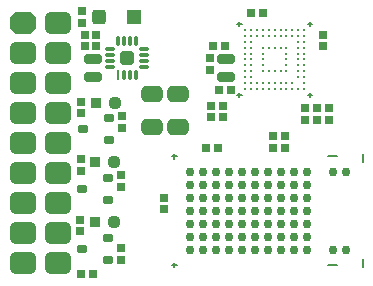
<source format=gbr>
%TF.GenerationSoftware,Altium Limited,Altium Designer,23.9.2 (47)*%
G04 Layer_Color=8388736*
%FSLAX45Y45*%
%MOMM*%
%TF.SameCoordinates,AC4A3DE0-5486-420A-B1FF-1F5B93080124*%
%TF.FilePolarity,Negative*%
%TF.FileFunction,Soldermask,Top*%
%TF.Part,Single*%
G01*
G75*
%TA.AperFunction,NonConductor*%
%ADD26C,0.15000*%
%TA.AperFunction,SMDPad,CuDef*%
G04:AMPARAMS|DCode=48|XSize=0.75mm|YSize=0.75mm|CornerRadius=0.225mm|HoleSize=0mm|Usage=FLASHONLY|Rotation=270.000|XOffset=0mm|YOffset=0mm|HoleType=Round|Shape=RoundedRectangle|*
%AMROUNDEDRECTD48*
21,1,0.75000,0.30000,0,0,270.0*
21,1,0.30000,0.75000,0,0,270.0*
1,1,0.45000,-0.15000,-0.15000*
1,1,0.45000,-0.15000,0.15000*
1,1,0.45000,0.15000,0.15000*
1,1,0.45000,0.15000,-0.15000*
%
%ADD48ROUNDEDRECTD48*%
%TA.AperFunction,ComponentPad*%
G04:AMPARAMS|DCode=49|XSize=1.85mm|YSize=2.25mm|CornerRadius=0.5mm|HoleSize=0mm|Usage=FLASHONLY|Rotation=270.000|XOffset=0mm|YOffset=0mm|HoleType=Round|Shape=RoundedRectangle|*
%AMROUNDEDRECTD49*
21,1,1.85000,1.25001,0,0,270.0*
21,1,0.85000,2.25000,0,0,270.0*
1,1,1.00000,-0.62500,-0.42500*
1,1,1.00000,-0.62500,0.42500*
1,1,1.00000,0.62500,0.42500*
1,1,1.00000,0.62500,-0.42500*
%
%ADD49ROUNDEDRECTD49*%
G04:AMPARAMS|DCode=50|XSize=1.85mm|YSize=2.25mm|CornerRadius=0mm|HoleSize=0mm|Usage=FLASHONLY|Rotation=270.000|XOffset=0mm|YOffset=0mm|HoleType=Round|Shape=Octagon|*
%AMOCTAGOND50*
4,1,8,1.12500,0.46250,1.12500,-0.46250,0.66250,-0.92500,-0.66250,-0.92500,-1.12500,-0.46250,-1.12500,0.46250,-0.66250,0.92500,0.66250,0.92500,1.12500,0.46250,0.0*
%
%ADD50OCTAGOND50*%

%TA.AperFunction,SMDPad,CuDef*%
G04:AMPARAMS|DCode=81|XSize=0.8mm|YSize=1.5mm|CornerRadius=0.2375mm|HoleSize=0mm|Usage=FLASHONLY|Rotation=270.000|XOffset=0mm|YOffset=0mm|HoleType=Round|Shape=RoundedRectangle|*
%AMROUNDEDRECTD81*
21,1,0.80000,1.02500,0,0,270.0*
21,1,0.32500,1.50000,0,0,270.0*
1,1,0.47500,-0.51250,-0.16250*
1,1,0.47500,-0.51250,0.16250*
1,1,0.47500,0.51250,0.16250*
1,1,0.47500,0.51250,-0.16250*
%
%ADD81ROUNDEDRECTD81*%
%ADD82R,0.29000X0.81000*%
G04:AMPARAMS|DCode=83|XSize=0.29mm|YSize=0.81mm|CornerRadius=0.0875mm|HoleSize=0mm|Usage=FLASHONLY|Rotation=180.000|XOffset=0mm|YOffset=0mm|HoleType=Round|Shape=RoundedRectangle|*
%AMROUNDEDRECTD83*
21,1,0.29000,0.63500,0,0,180.0*
21,1,0.11500,0.81000,0,0,180.0*
1,1,0.17500,-0.05750,0.31750*
1,1,0.17500,0.05750,0.31750*
1,1,0.17500,0.05750,-0.31750*
1,1,0.17500,-0.05750,-0.31750*
%
%ADD83ROUNDEDRECTD83*%
G04:AMPARAMS|DCode=84|XSize=0.29mm|YSize=0.81mm|CornerRadius=0.0875mm|HoleSize=0mm|Usage=FLASHONLY|Rotation=90.000|XOffset=0mm|YOffset=0mm|HoleType=Round|Shape=RoundedRectangle|*
%AMROUNDEDRECTD84*
21,1,0.29000,0.63500,0,0,90.0*
21,1,0.11500,0.81000,0,0,90.0*
1,1,0.17500,0.31750,0.05750*
1,1,0.17500,0.31750,-0.05750*
1,1,0.17500,-0.31750,-0.05750*
1,1,0.17500,-0.31750,0.05750*
%
%ADD84ROUNDEDRECTD84*%
G04:AMPARAMS|DCode=85|XSize=1.19mm|YSize=1.19mm|CornerRadius=0.3125mm|HoleSize=0mm|Usage=FLASHONLY|Rotation=90.000|XOffset=0mm|YOffset=0mm|HoleType=Round|Shape=RoundedRectangle|*
%AMROUNDEDRECTD85*
21,1,1.19000,0.56500,0,0,90.0*
21,1,0.56500,1.19000,0,0,90.0*
1,1,0.62500,0.28250,0.28250*
1,1,0.62500,0.28250,-0.28250*
1,1,0.62500,-0.28250,-0.28250*
1,1,0.62500,-0.28250,0.28250*
%
%ADD85ROUNDEDRECTD85*%
%TA.AperFunction,BGAPad,SMDef*%
%ADD86C,0.21000*%
%TA.AperFunction,BGAPad,CuDef*%
%ADD87C,0.29000*%
%ADD88C,0.75000*%
%TA.AperFunction,SMDPad,CuDef*%
G04:AMPARAMS|DCode=89|XSize=0.75mm|YSize=0.85mm|CornerRadius=0.225mm|HoleSize=0mm|Usage=FLASHONLY|Rotation=270.000|XOffset=0mm|YOffset=0mm|HoleType=Round|Shape=RoundedRectangle|*
%AMROUNDEDRECTD89*
21,1,0.75000,0.40000,0,0,270.0*
21,1,0.30000,0.85000,0,0,270.0*
1,1,0.45000,-0.20000,-0.15000*
1,1,0.45000,-0.20000,0.15000*
1,1,0.45000,0.20000,0.15000*
1,1,0.45000,0.20000,-0.15000*
%
%ADD89ROUNDEDRECTD89*%
G04:AMPARAMS|DCode=90|XSize=0.75mm|YSize=0.75mm|CornerRadius=0.225mm|HoleSize=0mm|Usage=FLASHONLY|Rotation=180.000|XOffset=0mm|YOffset=0mm|HoleType=Round|Shape=RoundedRectangle|*
%AMROUNDEDRECTD90*
21,1,0.75000,0.30000,0,0,180.0*
21,1,0.30000,0.75000,0,0,180.0*
1,1,0.45000,-0.15000,0.15000*
1,1,0.45000,0.15000,0.15000*
1,1,0.45000,0.15000,-0.15000*
1,1,0.45000,-0.15000,-0.15000*
%
%ADD90ROUNDEDRECTD90*%
%ADD91R,0.95000X0.95000*%
G04:AMPARAMS|DCode=92|XSize=0.95mm|YSize=0.95mm|CornerRadius=0.275mm|HoleSize=0mm|Usage=FLASHONLY|Rotation=90.000|XOffset=0mm|YOffset=0mm|HoleType=Round|Shape=RoundedRectangle|*
%AMROUNDEDRECTD92*
21,1,0.95000,0.40000,0,0,90.0*
21,1,0.40000,0.95000,0,0,90.0*
1,1,0.55000,0.20000,0.20000*
1,1,0.55000,0.20000,-0.20000*
1,1,0.55000,-0.20000,-0.20000*
1,1,0.55000,-0.20000,0.20000*
%
%ADD92ROUNDEDRECTD92*%
G04:AMPARAMS|DCode=93|XSize=1.25mm|YSize=1.25mm|CornerRadius=0.35mm|HoleSize=0mm|Usage=FLASHONLY|Rotation=270.000|XOffset=0mm|YOffset=0mm|HoleType=Round|Shape=RoundedRectangle|*
%AMROUNDEDRECTD93*
21,1,1.25000,0.55000,0,0,270.0*
21,1,0.55000,1.25000,0,0,270.0*
1,1,0.70000,-0.27500,-0.27500*
1,1,0.70000,-0.27500,0.27500*
1,1,0.70000,0.27500,0.27500*
1,1,0.70000,0.27500,-0.27500*
%
%ADD93ROUNDEDRECTD93*%
%ADD94R,1.25000X1.25000*%
G04:AMPARAMS|DCode=95|XSize=1.8mm|YSize=1.4mm|CornerRadius=0.3875mm|HoleSize=0mm|Usage=FLASHONLY|Rotation=180.000|XOffset=0mm|YOffset=0mm|HoleType=Round|Shape=RoundedRectangle|*
%AMROUNDEDRECTD95*
21,1,1.80000,0.62500,0,0,180.0*
21,1,1.02500,1.40000,0,0,180.0*
1,1,0.77500,-0.51250,0.31250*
1,1,0.77500,0.51250,0.31250*
1,1,0.77500,0.51250,-0.31250*
1,1,0.77500,-0.51250,-0.31250*
%
%ADD95ROUNDEDRECTD95*%
D26*
X2589966Y1700000D02*
Y1740000D01*
X2570000Y1720005D02*
X2610000D01*
X1989966Y2300000D02*
Y2340000D01*
X1970000Y2320005D02*
X2010001D01*
X1989966Y1700000D02*
Y1740000D01*
X1970000Y1720005D02*
X2010001D01*
X2589966Y2300000D02*
Y2340000D01*
X2570000Y2320005D02*
X2610000D01*
X2745034Y1200000D02*
X2815000D01*
X3040035Y1149995D02*
Y1220000D01*
X2745000Y279997D02*
X2814966D01*
X3040035Y260000D02*
Y329995D01*
X1420000Y1199995D02*
X1460000D01*
X1420000Y279995D02*
X1460000D01*
X1440000Y260000D02*
Y300000D01*
Y1180000D02*
Y1220000D01*
D48*
X680000Y2130000D02*
D03*
X780000D02*
D03*
X680000Y2230000D02*
D03*
X780000D02*
D03*
X1820000Y1760000D02*
D03*
X1920000D02*
D03*
X2190000Y2410000D02*
D03*
X2090000D02*
D03*
X1770002Y2130001D02*
D03*
X1870002D02*
D03*
X1810000Y1270000D02*
D03*
X1710000D02*
D03*
X750000Y200000D02*
D03*
X650000D02*
D03*
D49*
X454000Y294000D02*
D03*
Y548000D02*
D03*
X160000Y294000D02*
D03*
Y548000D02*
D03*
X454000Y802000D02*
D03*
Y1056000D02*
D03*
Y1310000D02*
D03*
Y1564000D02*
D03*
Y1818000D02*
D03*
Y2072000D02*
D03*
Y2326000D02*
D03*
X160000Y802000D02*
D03*
Y1056000D02*
D03*
Y1310000D02*
D03*
Y1564000D02*
D03*
Y1818000D02*
D03*
Y2072000D02*
D03*
D50*
Y2326000D02*
D03*
D81*
X750000Y1875000D02*
D03*
Y2025000D02*
D03*
X1880001Y2025000D02*
D03*
Y1875000D02*
D03*
D82*
X965000Y1885000D02*
D03*
D83*
X1015000D02*
D03*
X1065000D02*
D03*
X1115000D02*
D03*
Y2175000D02*
D03*
X1065000D02*
D03*
X1015000D02*
D03*
X965000D02*
D03*
D84*
X1185000Y1955000D02*
D03*
Y2005000D02*
D03*
Y2055000D02*
D03*
Y2105000D02*
D03*
X895000D02*
D03*
Y2055000D02*
D03*
Y2005000D02*
D03*
Y1955000D02*
D03*
D85*
X1040000Y2030000D02*
D03*
D86*
X2490000Y2220000D02*
D03*
X2540000Y1770000D02*
D03*
X2040000D02*
D03*
X2090000Y1820000D02*
D03*
Y2220000D02*
D03*
X2540000Y2270000D02*
D03*
X2040000D02*
D03*
D87*
X2490000Y1770000D02*
D03*
X2440000D02*
D03*
X2390000D02*
D03*
X2340000D02*
D03*
X2290000D02*
D03*
X2240000D02*
D03*
X2190000D02*
D03*
X2140000D02*
D03*
X2090000D02*
D03*
X2540000Y1820000D02*
D03*
X2440000D02*
D03*
X2390000D02*
D03*
X2340000D02*
D03*
X2290000D02*
D03*
X2240000D02*
D03*
X2190000D02*
D03*
X2140000D02*
D03*
X2040000D02*
D03*
X2540000Y1870000D02*
D03*
X2490000D02*
D03*
X2090000D02*
D03*
X2040000D02*
D03*
X2540000Y1920000D02*
D03*
X2490000D02*
D03*
X2390000D02*
D03*
X2340000D02*
D03*
X2290000D02*
D03*
X2240000D02*
D03*
X2190000D02*
D03*
X2090000D02*
D03*
X2040000D02*
D03*
X2540000Y1970000D02*
D03*
X2490000D02*
D03*
X2390000D02*
D03*
X2190000D02*
D03*
X2090000D02*
D03*
X2040000D02*
D03*
X2540000Y2020000D02*
D03*
X2490000D02*
D03*
X2390000D02*
D03*
X2190000D02*
D03*
X2090000D02*
D03*
X2040000D02*
D03*
X2540000Y2070000D02*
D03*
X2490000D02*
D03*
X2390000D02*
D03*
X2190000D02*
D03*
X2090000D02*
D03*
X2040000D02*
D03*
X2540000Y2120000D02*
D03*
X2490000D02*
D03*
X2390000D02*
D03*
X2340000D02*
D03*
X2290000D02*
D03*
X2240000D02*
D03*
X2190000D02*
D03*
X2090000D02*
D03*
X2040000D02*
D03*
X2540000Y2170000D02*
D03*
X2490000D02*
D03*
X2090000D02*
D03*
X2040000D02*
D03*
X2540000Y2220000D02*
D03*
X2440000D02*
D03*
X2390000D02*
D03*
X2340000D02*
D03*
X2290000D02*
D03*
X2240000D02*
D03*
X2190000D02*
D03*
X2140000D02*
D03*
X2040000D02*
D03*
X2490000Y2270000D02*
D03*
X2440000D02*
D03*
X2390000D02*
D03*
X2340000D02*
D03*
X2290000D02*
D03*
X2240000D02*
D03*
X2190000D02*
D03*
X2140000D02*
D03*
X2090000D02*
D03*
D88*
X2890000Y1070000D02*
D03*
X2780000D02*
D03*
X2560000D02*
D03*
X2450000D02*
D03*
X2340000D02*
D03*
X2230000D02*
D03*
X2120000D02*
D03*
X2010000D02*
D03*
X1900000D02*
D03*
X1790000D02*
D03*
X1680000D02*
D03*
X1570000D02*
D03*
X2560000Y960000D02*
D03*
X2450000D02*
D03*
X2340000D02*
D03*
X2230000D02*
D03*
X2120000D02*
D03*
X2010000D02*
D03*
X1900000D02*
D03*
X1790000D02*
D03*
X1680000D02*
D03*
X1570000D02*
D03*
X2560000Y850000D02*
D03*
X2450000D02*
D03*
X2340000D02*
D03*
X2230000D02*
D03*
X2120000D02*
D03*
X2010000D02*
D03*
X1900000D02*
D03*
X1790000D02*
D03*
X1680000D02*
D03*
X1570000D02*
D03*
X2560000Y740000D02*
D03*
X2450000D02*
D03*
X2340000D02*
D03*
X2230000D02*
D03*
X2120000D02*
D03*
X2010000D02*
D03*
X1900000D02*
D03*
X1790000D02*
D03*
X1680000D02*
D03*
X1570000D02*
D03*
X2560000Y630000D02*
D03*
X2450000D02*
D03*
X2340000D02*
D03*
X2230000D02*
D03*
X2120000D02*
D03*
X2010000D02*
D03*
X1900000D02*
D03*
X1790000D02*
D03*
X1680000D02*
D03*
X1570000D02*
D03*
X2560000Y520000D02*
D03*
X2450000D02*
D03*
X2340000D02*
D03*
X2230000D02*
D03*
X2120000D02*
D03*
X2010000D02*
D03*
X1900000D02*
D03*
X1790000D02*
D03*
X1680000D02*
D03*
X1570000D02*
D03*
X2890000Y410000D02*
D03*
X2780000D02*
D03*
X2560000D02*
D03*
X2450000D02*
D03*
X2340000D02*
D03*
X2230000D02*
D03*
X2120000D02*
D03*
X2010000D02*
D03*
X1900000D02*
D03*
X1790000D02*
D03*
X1680000D02*
D03*
X1570000D02*
D03*
D89*
X890000Y1338289D02*
D03*
Y1528289D02*
D03*
X670000Y1433289D02*
D03*
X880000Y828289D02*
D03*
Y1018289D02*
D03*
X660000Y923289D02*
D03*
X880000Y318289D02*
D03*
Y508289D02*
D03*
X660000Y413289D02*
D03*
D90*
X650000Y1563289D02*
D03*
Y1663289D02*
D03*
X2550000Y1510000D02*
D03*
Y1610000D02*
D03*
X2750000Y1510000D02*
D03*
Y1610000D02*
D03*
X2650000Y1510000D02*
D03*
Y1610000D02*
D03*
X2280000Y1270000D02*
D03*
Y1370000D02*
D03*
X2380000Y1270000D02*
D03*
Y1370000D02*
D03*
X1000000Y1540000D02*
D03*
Y1440000D02*
D03*
X990000Y1040000D02*
D03*
Y940000D02*
D03*
X650000Y1073289D02*
D03*
Y1173289D02*
D03*
X1850000Y1530000D02*
D03*
Y1630000D02*
D03*
X990000Y420000D02*
D03*
Y320000D02*
D03*
X640000Y563289D02*
D03*
Y663289D02*
D03*
X660000Y2430000D02*
D03*
Y2330000D02*
D03*
X1750001Y1530000D02*
D03*
Y1630000D02*
D03*
X2700000Y2130000D02*
D03*
Y2230000D02*
D03*
X1740000Y2030000D02*
D03*
Y1930000D02*
D03*
X1350000Y750000D02*
D03*
Y850000D02*
D03*
D91*
X780000Y1653289D02*
D03*
X770000Y1153289D02*
D03*
Y643289D02*
D03*
D92*
X940000Y1653289D02*
D03*
X930000Y1153289D02*
D03*
Y643289D02*
D03*
D93*
X800000Y2380000D02*
D03*
D94*
X1100000D02*
D03*
D95*
X1470000Y1730000D02*
D03*
Y1450000D02*
D03*
X1250000Y1730000D02*
D03*
Y1450000D02*
D03*
%TF.MD5,c5d7b4db92abb6030300eaf2331e3178*%
M02*

</source>
